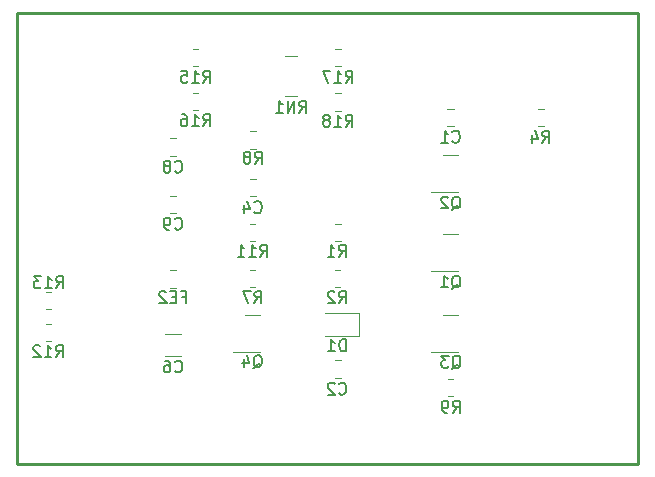
<source format=gbr>
From 2ec9ceca347f2052a0884e115a5198e5ea716262 Mon Sep 17 00:00:00 2001
From: Attila Veghelyi <works@veghelyiattila.hu>
Date: Wed, 5 Jun 2024 19:01:04 +0200
Subject: Modify the gerber files which are including now USB-C connector
 #0c67c15a0

---
 pcb/gerber/oprog_minimal-B_Silkscreen.gbr | 1543 +++++++++++++++++++++++++++++
 1 file changed, 1543 insertions(+)
 create mode 100644 pcb/gerber/oprog_minimal-B_Silkscreen.gbr

(limited to 'pcb/gerber/oprog_minimal-B_Silkscreen.gbr')

diff --git a/pcb/gerber/oprog_minimal-B_Silkscreen.gbr b/pcb/gerber/oprog_minimal-B_Silkscreen.gbr
new file mode 100644
index 0000000..7a255e3
--- /dev/null
+++ b/pcb/gerber/oprog_minimal-B_Silkscreen.gbr
@@ -0,0 +1,1543 @@
+G04 #@! TF.GenerationSoftware,KiCad,Pcbnew,7.0.11+1*
+G04 #@! TF.CreationDate,2024-04-21T11:05:48+02:00*
+G04 #@! TF.ProjectId,oprog_minimal,6f70726f-675f-46d6-996e-696d616c2e6b,rev?*
+G04 #@! TF.SameCoordinates,PXa8d62b0PY5f13998*
+G04 #@! TF.FileFunction,Legend,Bot*
+G04 #@! TF.FilePolarity,Positive*
+%FSLAX46Y46*%
+G04 Gerber Fmt 4.6, Leading zero omitted, Abs format (unit mm)*
+G04 Created by KiCad (PCBNEW 7.0.11+1) date 2024-04-21 11:05:48*
+%MOMM*%
+%LPD*%
+G01*
+G04 APERTURE LIST*
+%ADD10C,0.240000*%
+%ADD11C,0.150000*%
+%ADD12C,0.120000*%
+G04 APERTURE END LIST*
+D10*
+X254000Y-38481000D02*
+X254000Y-254000D01*
+X52832000Y-254000D02*
+X52832000Y-38481000D01*
+X52832000Y-38481000D02*
+X254000Y-38481000D01*
+X254000Y-254000D02*
+X52832000Y-254000D01*
+D11*
+X13628666Y-13694580D02*
+X13676285Y-13742200D01*
+X13676285Y-13742200D02*
+X13819142Y-13789819D01*
+X13819142Y-13789819D02*
+X13914380Y-13789819D01*
+X13914380Y-13789819D02*
+X14057237Y-13742200D01*
+X14057237Y-13742200D02*
+X14152475Y-13646961D01*
+X14152475Y-13646961D02*
+X14200094Y-13551723D01*
+X14200094Y-13551723D02*
+X14247713Y-13361247D01*
+X14247713Y-13361247D02*
+X14247713Y-13218390D01*
+X14247713Y-13218390D02*
+X14200094Y-13027914D01*
+X14200094Y-13027914D02*
+X14152475Y-12932676D01*
+X14152475Y-12932676D02*
+X14057237Y-12837438D01*
+X14057237Y-12837438D02*
+X13914380Y-12789819D01*
+X13914380Y-12789819D02*
+X13819142Y-12789819D01*
+X13819142Y-12789819D02*
+X13676285Y-12837438D01*
+X13676285Y-12837438D02*
+X13628666Y-12885057D01*
+X13057237Y-13218390D02*
+X13152475Y-13170771D01*
+X13152475Y-13170771D02*
+X13200094Y-13123152D01*
+X13200094Y-13123152D02*
+X13247713Y-13027914D01*
+X13247713Y-13027914D02*
+X13247713Y-12980295D01*
+X13247713Y-12980295D02*
+X13200094Y-12885057D01*
+X13200094Y-12885057D02*
+X13152475Y-12837438D01*
+X13152475Y-12837438D02*
+X13057237Y-12789819D01*
+X13057237Y-12789819D02*
+X12866761Y-12789819D01*
+X12866761Y-12789819D02*
+X12771523Y-12837438D01*
+X12771523Y-12837438D02*
+X12723904Y-12885057D01*
+X12723904Y-12885057D02*
+X12676285Y-12980295D01*
+X12676285Y-12980295D02*
+X12676285Y-13027914D01*
+X12676285Y-13027914D02*
+X12723904Y-13123152D01*
+X12723904Y-13123152D02*
+X12771523Y-13170771D01*
+X12771523Y-13170771D02*
+X12866761Y-13218390D01*
+X12866761Y-13218390D02*
+X13057237Y-13218390D01*
+X13057237Y-13218390D02*
+X13152475Y-13266009D01*
+X13152475Y-13266009D02*
+X13200094Y-13313628D01*
+X13200094Y-13313628D02*
+X13247713Y-13408866D01*
+X13247713Y-13408866D02*
+X13247713Y-13599342D01*
+X13247713Y-13599342D02*
+X13200094Y-13694580D01*
+X13200094Y-13694580D02*
+X13152475Y-13742200D01*
+X13152475Y-13742200D02*
+X13057237Y-13789819D01*
+X13057237Y-13789819D02*
+X12866761Y-13789819D01*
+X12866761Y-13789819D02*
+X12771523Y-13742200D01*
+X12771523Y-13742200D02*
+X12723904Y-13694580D01*
+X12723904Y-13694580D02*
+X12676285Y-13599342D01*
+X12676285Y-13599342D02*
+X12676285Y-13408866D01*
+X12676285Y-13408866D02*
+X12723904Y-13313628D01*
+X12723904Y-13313628D02*
+X12771523Y-13266009D01*
+X12771523Y-13266009D02*
+X12866761Y-13218390D01*
+X13628666Y-18520580D02*
+X13676285Y-18568200D01*
+X13676285Y-18568200D02*
+X13819142Y-18615819D01*
+X13819142Y-18615819D02*
+X13914380Y-18615819D01*
+X13914380Y-18615819D02*
+X14057237Y-18568200D01*
+X14057237Y-18568200D02*
+X14152475Y-18472961D01*
+X14152475Y-18472961D02*
+X14200094Y-18377723D01*
+X14200094Y-18377723D02*
+X14247713Y-18187247D01*
+X14247713Y-18187247D02*
+X14247713Y-18044390D01*
+X14247713Y-18044390D02*
+X14200094Y-17853914D01*
+X14200094Y-17853914D02*
+X14152475Y-17758676D01*
+X14152475Y-17758676D02*
+X14057237Y-17663438D01*
+X14057237Y-17663438D02*
+X13914380Y-17615819D01*
+X13914380Y-17615819D02*
+X13819142Y-17615819D01*
+X13819142Y-17615819D02*
+X13676285Y-17663438D01*
+X13676285Y-17663438D02*
+X13628666Y-17711057D01*
+X13152475Y-18615819D02*
+X12961999Y-18615819D01*
+X12961999Y-18615819D02*
+X12866761Y-18568200D01*
+X12866761Y-18568200D02*
+X12819142Y-18520580D01*
+X12819142Y-18520580D02*
+X12723904Y-18377723D01*
+X12723904Y-18377723D02*
+X12676285Y-18187247D01*
+X12676285Y-18187247D02*
+X12676285Y-17806295D01*
+X12676285Y-17806295D02*
+X12723904Y-17711057D01*
+X12723904Y-17711057D02*
+X12771523Y-17663438D01*
+X12771523Y-17663438D02*
+X12866761Y-17615819D01*
+X12866761Y-17615819D02*
+X13057237Y-17615819D01*
+X13057237Y-17615819D02*
+X13152475Y-17663438D01*
+X13152475Y-17663438D02*
+X13200094Y-17711057D01*
+X13200094Y-17711057D02*
+X13247713Y-17806295D01*
+X13247713Y-17806295D02*
+X13247713Y-18044390D01*
+X13247713Y-18044390D02*
+X13200094Y-18139628D01*
+X13200094Y-18139628D02*
+X13152475Y-18187247D01*
+X13152475Y-18187247D02*
+X13057237Y-18234866D01*
+X13057237Y-18234866D02*
+X12866761Y-18234866D01*
+X12866761Y-18234866D02*
+X12771523Y-18187247D01*
+X12771523Y-18187247D02*
+X12723904Y-18139628D01*
+X12723904Y-18139628D02*
+X12676285Y-18044390D01*
+X16009857Y-9852819D02*
+X16343190Y-9376628D01*
+X16581285Y-9852819D02*
+X16581285Y-8852819D01*
+X16581285Y-8852819D02*
+X16200333Y-8852819D01*
+X16200333Y-8852819D02*
+X16105095Y-8900438D01*
+X16105095Y-8900438D02*
+X16057476Y-8948057D01*
+X16057476Y-8948057D02*
+X16009857Y-9043295D01*
+X16009857Y-9043295D02*
+X16009857Y-9186152D01*
+X16009857Y-9186152D02*
+X16057476Y-9281390D01*
+X16057476Y-9281390D02*
+X16105095Y-9329009D01*
+X16105095Y-9329009D02*
+X16200333Y-9376628D01*
+X16200333Y-9376628D02*
+X16581285Y-9376628D01*
+X15057476Y-9852819D02*
+X15628904Y-9852819D01*
+X15343190Y-9852819D02*
+X15343190Y-8852819D01*
+X15343190Y-8852819D02*
+X15438428Y-8995676D01*
+X15438428Y-8995676D02*
+X15533666Y-9090914D01*
+X15533666Y-9090914D02*
+X15628904Y-9138533D01*
+X14200333Y-8852819D02*
+X14390809Y-8852819D01*
+X14390809Y-8852819D02*
+X14486047Y-8900438D01*
+X14486047Y-8900438D02*
+X14533666Y-8948057D01*
+X14533666Y-8948057D02*
+X14628904Y-9090914D01*
+X14628904Y-9090914D02*
+X14676523Y-9281390D01*
+X14676523Y-9281390D02*
+X14676523Y-9662342D01*
+X14676523Y-9662342D02*
+X14628904Y-9757580D01*
+X14628904Y-9757580D02*
+X14581285Y-9805200D01*
+X14581285Y-9805200D02*
+X14486047Y-9852819D01*
+X14486047Y-9852819D02*
+X14295571Y-9852819D01*
+X14295571Y-9852819D02*
+X14200333Y-9805200D01*
+X14200333Y-9805200D02*
+X14152714Y-9757580D01*
+X14152714Y-9757580D02*
+X14105095Y-9662342D01*
+X14105095Y-9662342D02*
+X14105095Y-9424247D01*
+X14105095Y-9424247D02*
+X14152714Y-9329009D01*
+X14152714Y-9329009D02*
+X14200333Y-9281390D01*
+X14200333Y-9281390D02*
+X14295571Y-9233771D01*
+X14295571Y-9233771D02*
+X14486047Y-9233771D01*
+X14486047Y-9233771D02*
+X14581285Y-9281390D01*
+X14581285Y-9281390D02*
+X14628904Y-9329009D01*
+X14628904Y-9329009D02*
+X14676523Y-9424247D01*
+X20262838Y-30344257D02*
+X20358076Y-30296638D01*
+X20358076Y-30296638D02*
+X20453314Y-30201400D01*
+X20453314Y-30201400D02*
+X20596171Y-30058542D01*
+X20596171Y-30058542D02*
+X20691409Y-30010923D01*
+X20691409Y-30010923D02*
+X20786647Y-30010923D01*
+X20739028Y-30249019D02*
+X20834266Y-30201400D01*
+X20834266Y-30201400D02*
+X20929504Y-30106161D01*
+X20929504Y-30106161D02*
+X20977123Y-29915685D01*
+X20977123Y-29915685D02*
+X20977123Y-29582352D01*
+X20977123Y-29582352D02*
+X20929504Y-29391876D01*
+X20929504Y-29391876D02*
+X20834266Y-29296638D01*
+X20834266Y-29296638D02*
+X20739028Y-29249019D01*
+X20739028Y-29249019D02*
+X20548552Y-29249019D01*
+X20548552Y-29249019D02*
+X20453314Y-29296638D01*
+X20453314Y-29296638D02*
+X20358076Y-29391876D01*
+X20358076Y-29391876D02*
+X20310457Y-29582352D01*
+X20310457Y-29582352D02*
+X20310457Y-29915685D01*
+X20310457Y-29915685D02*
+X20358076Y-30106161D01*
+X20358076Y-30106161D02*
+X20453314Y-30201400D01*
+X20453314Y-30201400D02*
+X20548552Y-30249019D01*
+X20548552Y-30249019D02*
+X20739028Y-30249019D01*
+X19453314Y-29582352D02*
+X19453314Y-30249019D01*
+X19691409Y-29201400D02*
+X19929504Y-29915685D01*
+X19929504Y-29915685D02*
+X19310457Y-29915685D01*
+X27522466Y-32490580D02*
+X27570085Y-32538200D01*
+X27570085Y-32538200D02*
+X27712942Y-32585819D01*
+X27712942Y-32585819D02*
+X27808180Y-32585819D01*
+X27808180Y-32585819D02*
+X27951037Y-32538200D01*
+X27951037Y-32538200D02*
+X28046275Y-32442961D01*
+X28046275Y-32442961D02*
+X28093894Y-32347723D01*
+X28093894Y-32347723D02*
+X28141513Y-32157247D01*
+X28141513Y-32157247D02*
+X28141513Y-32014390D01*
+X28141513Y-32014390D02*
+X28093894Y-31823914D01*
+X28093894Y-31823914D02*
+X28046275Y-31728676D01*
+X28046275Y-31728676D02*
+X27951037Y-31633438D01*
+X27951037Y-31633438D02*
+X27808180Y-31585819D01*
+X27808180Y-31585819D02*
+X27712942Y-31585819D01*
+X27712942Y-31585819D02*
+X27570085Y-31633438D01*
+X27570085Y-31633438D02*
+X27522466Y-31681057D01*
+X27141513Y-31681057D02*
+X27093894Y-31633438D01*
+X27093894Y-31633438D02*
+X26998656Y-31585819D01*
+X26998656Y-31585819D02*
+X26760561Y-31585819D01*
+X26760561Y-31585819D02*
+X26665323Y-31633438D01*
+X26665323Y-31633438D02*
+X26617704Y-31681057D01*
+X26617704Y-31681057D02*
+X26570085Y-31776295D01*
+X26570085Y-31776295D02*
+X26570085Y-31871533D01*
+X26570085Y-31871533D02*
+X26617704Y-32014390D01*
+X26617704Y-32014390D02*
+X27189132Y-32585819D01*
+X27189132Y-32585819D02*
+X26570085Y-32585819D01*
+X20835857Y-20901819D02*
+X21169190Y-20425628D01*
+X21407285Y-20901819D02*
+X21407285Y-19901819D01*
+X21407285Y-19901819D02*
+X21026333Y-19901819D01*
+X21026333Y-19901819D02*
+X20931095Y-19949438D01*
+X20931095Y-19949438D02*
+X20883476Y-19997057D01*
+X20883476Y-19997057D02*
+X20835857Y-20092295D01*
+X20835857Y-20092295D02*
+X20835857Y-20235152D01*
+X20835857Y-20235152D02*
+X20883476Y-20330390D01*
+X20883476Y-20330390D02*
+X20931095Y-20378009D01*
+X20931095Y-20378009D02*
+X21026333Y-20425628D01*
+X21026333Y-20425628D02*
+X21407285Y-20425628D01*
+X19883476Y-20901819D02*
+X20454904Y-20901819D01*
+X20169190Y-20901819D02*
+X20169190Y-19901819D01*
+X20169190Y-19901819D02*
+X20264428Y-20044676D01*
+X20264428Y-20044676D02*
+X20359666Y-20139914D01*
+X20359666Y-20139914D02*
+X20454904Y-20187533D01*
+X18931095Y-20901819D02*
+X19502523Y-20901819D01*
+X19216809Y-20901819D02*
+X19216809Y-19901819D01*
+X19216809Y-19901819D02*
+X19312047Y-20044676D01*
+X19312047Y-20044676D02*
+X19407285Y-20139914D01*
+X19407285Y-20139914D02*
+X19502523Y-20187533D01*
+X20359666Y-17123580D02*
+X20407285Y-17171200D01*
+X20407285Y-17171200D02*
+X20550142Y-17218819D01*
+X20550142Y-17218819D02*
+X20645380Y-17218819D01*
+X20645380Y-17218819D02*
+X20788237Y-17171200D01*
+X20788237Y-17171200D02*
+X20883475Y-17075961D01*
+X20883475Y-17075961D02*
+X20931094Y-16980723D01*
+X20931094Y-16980723D02*
+X20978713Y-16790247D01*
+X20978713Y-16790247D02*
+X20978713Y-16647390D01*
+X20978713Y-16647390D02*
+X20931094Y-16456914D01*
+X20931094Y-16456914D02*
+X20883475Y-16361676D01*
+X20883475Y-16361676D02*
+X20788237Y-16266438D01*
+X20788237Y-16266438D02*
+X20645380Y-16218819D01*
+X20645380Y-16218819D02*
+X20550142Y-16218819D01*
+X20550142Y-16218819D02*
+X20407285Y-16266438D01*
+X20407285Y-16266438D02*
+X20359666Y-16314057D01*
+X19502523Y-16552152D02*
+X19502523Y-17218819D01*
+X19740618Y-16171200D02*
+X19978713Y-16885485D01*
+X19978713Y-16885485D02*
+X19359666Y-16885485D01*
+X13628666Y-30610980D02*
+X13676285Y-30658600D01*
+X13676285Y-30658600D02*
+X13819142Y-30706219D01*
+X13819142Y-30706219D02*
+X13914380Y-30706219D01*
+X13914380Y-30706219D02*
+X14057237Y-30658600D01*
+X14057237Y-30658600D02*
+X14152475Y-30563361D01*
+X14152475Y-30563361D02*
+X14200094Y-30468123D01*
+X14200094Y-30468123D02*
+X14247713Y-30277647D01*
+X14247713Y-30277647D02*
+X14247713Y-30134790D01*
+X14247713Y-30134790D02*
+X14200094Y-29944314D01*
+X14200094Y-29944314D02*
+X14152475Y-29849076D01*
+X14152475Y-29849076D02*
+X14057237Y-29753838D01*
+X14057237Y-29753838D02*
+X13914380Y-29706219D01*
+X13914380Y-29706219D02*
+X13819142Y-29706219D01*
+X13819142Y-29706219D02*
+X13676285Y-29753838D01*
+X13676285Y-29753838D02*
+X13628666Y-29801457D01*
+X12771523Y-29706219D02*
+X12961999Y-29706219D01*
+X12961999Y-29706219D02*
+X13057237Y-29753838D01*
+X13057237Y-29753838D02*
+X13104856Y-29801457D01*
+X13104856Y-29801457D02*
+X13200094Y-29944314D01*
+X13200094Y-29944314D02*
+X13247713Y-30134790D01*
+X13247713Y-30134790D02*
+X13247713Y-30515742D01*
+X13247713Y-30515742D02*
+X13200094Y-30610980D01*
+X13200094Y-30610980D02*
+X13152475Y-30658600D01*
+X13152475Y-30658600D02*
+X13057237Y-30706219D01*
+X13057237Y-30706219D02*
+X12866761Y-30706219D01*
+X12866761Y-30706219D02*
+X12771523Y-30658600D01*
+X12771523Y-30658600D02*
+X12723904Y-30610980D01*
+X12723904Y-30610980D02*
+X12676285Y-30515742D01*
+X12676285Y-30515742D02*
+X12676285Y-30277647D01*
+X12676285Y-30277647D02*
+X12723904Y-30182409D01*
+X12723904Y-30182409D02*
+X12771523Y-30134790D01*
+X12771523Y-30134790D02*
+X12866761Y-30087171D01*
+X12866761Y-30087171D02*
+X13057237Y-30087171D01*
+X13057237Y-30087171D02*
+X13152475Y-30134790D01*
+X13152475Y-30134790D02*
+X13200094Y-30182409D01*
+X13200094Y-30182409D02*
+X13247713Y-30277647D01*
+X27497066Y-20901819D02*
+X27830399Y-20425628D01*
+X28068494Y-20901819D02*
+X28068494Y-19901819D01*
+X28068494Y-19901819D02*
+X27687542Y-19901819D01*
+X27687542Y-19901819D02*
+X27592304Y-19949438D01*
+X27592304Y-19949438D02*
+X27544685Y-19997057D01*
+X27544685Y-19997057D02*
+X27497066Y-20092295D01*
+X27497066Y-20092295D02*
+X27497066Y-20235152D01*
+X27497066Y-20235152D02*
+X27544685Y-20330390D01*
+X27544685Y-20330390D02*
+X27592304Y-20378009D01*
+X27592304Y-20378009D02*
+X27687542Y-20425628D01*
+X27687542Y-20425628D02*
+X28068494Y-20425628D01*
+X26544685Y-20901819D02*
+X27116113Y-20901819D01*
+X26830399Y-20901819D02*
+X26830399Y-19901819D01*
+X26830399Y-19901819D02*
+X26925637Y-20044676D01*
+X26925637Y-20044676D02*
+X27020875Y-20139914D01*
+X27020875Y-20139914D02*
+X27116113Y-20187533D01*
+X20385066Y-13027819D02*
+X20718399Y-12551628D01*
+X20956494Y-13027819D02*
+X20956494Y-12027819D01*
+X20956494Y-12027819D02*
+X20575542Y-12027819D01*
+X20575542Y-12027819D02*
+X20480304Y-12075438D01*
+X20480304Y-12075438D02*
+X20432685Y-12123057D01*
+X20432685Y-12123057D02*
+X20385066Y-12218295D01*
+X20385066Y-12218295D02*
+X20385066Y-12361152D01*
+X20385066Y-12361152D02*
+X20432685Y-12456390D01*
+X20432685Y-12456390D02*
+X20480304Y-12504009D01*
+X20480304Y-12504009D02*
+X20575542Y-12551628D01*
+X20575542Y-12551628D02*
+X20956494Y-12551628D01*
+X19813637Y-12456390D02*
+X19908875Y-12408771D01*
+X19908875Y-12408771D02*
+X19956494Y-12361152D01*
+X19956494Y-12361152D02*
+X20004113Y-12265914D01*
+X20004113Y-12265914D02*
+X20004113Y-12218295D01*
+X20004113Y-12218295D02*
+X19956494Y-12123057D01*
+X19956494Y-12123057D02*
+X19908875Y-12075438D01*
+X19908875Y-12075438D02*
+X19813637Y-12027819D01*
+X19813637Y-12027819D02*
+X19623161Y-12027819D01*
+X19623161Y-12027819D02*
+X19527923Y-12075438D01*
+X19527923Y-12075438D02*
+X19480304Y-12123057D01*
+X19480304Y-12123057D02*
+X19432685Y-12218295D01*
+X19432685Y-12218295D02*
+X19432685Y-12265914D01*
+X19432685Y-12265914D02*
+X19480304Y-12361152D01*
+X19480304Y-12361152D02*
+X19527923Y-12408771D01*
+X19527923Y-12408771D02*
+X19623161Y-12456390D01*
+X19623161Y-12456390D02*
+X19813637Y-12456390D01*
+X19813637Y-12456390D02*
+X19908875Y-12504009D01*
+X19908875Y-12504009D02*
+X19956494Y-12551628D01*
+X19956494Y-12551628D02*
+X20004113Y-12646866D01*
+X20004113Y-12646866D02*
+X20004113Y-12837342D01*
+X20004113Y-12837342D02*
+X19956494Y-12932580D01*
+X19956494Y-12932580D02*
+X19908875Y-12980200D01*
+X19908875Y-12980200D02*
+X19813637Y-13027819D01*
+X19813637Y-13027819D02*
+X19623161Y-13027819D01*
+X19623161Y-13027819D02*
+X19527923Y-12980200D01*
+X19527923Y-12980200D02*
+X19480304Y-12932580D01*
+X19480304Y-12932580D02*
+X19432685Y-12837342D01*
+X19432685Y-12837342D02*
+X19432685Y-12646866D01*
+X19432685Y-12646866D02*
+X19480304Y-12551628D01*
+X19480304Y-12551628D02*
+X19527923Y-12504009D01*
+X19527923Y-12504009D02*
+X19623161Y-12456390D01*
+X27497066Y-24838819D02*
+X27830399Y-24362628D01*
+X28068494Y-24838819D02*
+X28068494Y-23838819D01*
+X28068494Y-23838819D02*
+X27687542Y-23838819D01*
+X27687542Y-23838819D02*
+X27592304Y-23886438D01*
+X27592304Y-23886438D02*
+X27544685Y-23934057D01*
+X27544685Y-23934057D02*
+X27497066Y-24029295D01*
+X27497066Y-24029295D02*
+X27497066Y-24172152D01*
+X27497066Y-24172152D02*
+X27544685Y-24267390D01*
+X27544685Y-24267390D02*
+X27592304Y-24315009D01*
+X27592304Y-24315009D02*
+X27687542Y-24362628D01*
+X27687542Y-24362628D02*
+X28068494Y-24362628D01*
+X27116113Y-23934057D02*
+X27068494Y-23886438D01*
+X27068494Y-23886438D02*
+X26973256Y-23838819D01*
+X26973256Y-23838819D02*
+X26735161Y-23838819D01*
+X26735161Y-23838819D02*
+X26639923Y-23886438D01*
+X26639923Y-23886438D02*
+X26592304Y-23934057D01*
+X26592304Y-23934057D02*
+X26544685Y-24029295D01*
+X26544685Y-24029295D02*
+X26544685Y-24124533D01*
+X26544685Y-24124533D02*
+X26592304Y-24267390D01*
+X26592304Y-24267390D02*
+X27163732Y-24838819D01*
+X27163732Y-24838819D02*
+X26544685Y-24838819D01*
+X20359666Y-24838819D02*
+X20692999Y-24362628D01*
+X20931094Y-24838819D02*
+X20931094Y-23838819D01*
+X20931094Y-23838819D02*
+X20550142Y-23838819D01*
+X20550142Y-23838819D02*
+X20454904Y-23886438D01*
+X20454904Y-23886438D02*
+X20407285Y-23934057D01*
+X20407285Y-23934057D02*
+X20359666Y-24029295D01*
+X20359666Y-24029295D02*
+X20359666Y-24172152D01*
+X20359666Y-24172152D02*
+X20407285Y-24267390D01*
+X20407285Y-24267390D02*
+X20454904Y-24315009D01*
+X20454904Y-24315009D02*
+X20550142Y-24362628D01*
+X20550142Y-24362628D02*
+X20931094Y-24362628D01*
+X20026332Y-23838819D02*
+X19359666Y-23838819D01*
+X19359666Y-23838819D02*
+X19788237Y-24838819D01*
+X37123666Y-11154580D02*
+X37171285Y-11202200D01*
+X37171285Y-11202200D02*
+X37314142Y-11249819D01*
+X37314142Y-11249819D02*
+X37409380Y-11249819D01*
+X37409380Y-11249819D02*
+X37552237Y-11202200D01*
+X37552237Y-11202200D02*
+X37647475Y-11106961D01*
+X37647475Y-11106961D02*
+X37695094Y-11011723D01*
+X37695094Y-11011723D02*
+X37742713Y-10821247D01*
+X37742713Y-10821247D02*
+X37742713Y-10678390D01*
+X37742713Y-10678390D02*
+X37695094Y-10487914D01*
+X37695094Y-10487914D02*
+X37647475Y-10392676D01*
+X37647475Y-10392676D02*
+X37552237Y-10297438D01*
+X37552237Y-10297438D02*
+X37409380Y-10249819D01*
+X37409380Y-10249819D02*
+X37314142Y-10249819D01*
+X37314142Y-10249819D02*
+X37171285Y-10297438D01*
+X37171285Y-10297438D02*
+X37123666Y-10345057D01*
+X36171285Y-11249819D02*
+X36742713Y-11249819D01*
+X36456999Y-11249819D02*
+X36456999Y-10249819D01*
+X36456999Y-10249819D02*
+X36552237Y-10392676D01*
+X36552237Y-10392676D02*
+X36647475Y-10487914D01*
+X36647475Y-10487914D02*
+X36742713Y-10535533D01*
+X37149066Y-34109819D02*
+X37482399Y-33633628D01*
+X37720494Y-34109819D02*
+X37720494Y-33109819D01*
+X37720494Y-33109819D02*
+X37339542Y-33109819D01*
+X37339542Y-33109819D02*
+X37244304Y-33157438D01*
+X37244304Y-33157438D02*
+X37196685Y-33205057D01*
+X37196685Y-33205057D02*
+X37149066Y-33300295D01*
+X37149066Y-33300295D02*
+X37149066Y-33443152D01*
+X37149066Y-33443152D02*
+X37196685Y-33538390D01*
+X37196685Y-33538390D02*
+X37244304Y-33586009D01*
+X37244304Y-33586009D02*
+X37339542Y-33633628D01*
+X37339542Y-33633628D02*
+X37720494Y-33633628D01*
+X36672875Y-34109819D02*
+X36482399Y-34109819D01*
+X36482399Y-34109819D02*
+X36387161Y-34062200D01*
+X36387161Y-34062200D02*
+X36339542Y-34014580D01*
+X36339542Y-34014580D02*
+X36244304Y-33871723D01*
+X36244304Y-33871723D02*
+X36196685Y-33681247D01*
+X36196685Y-33681247D02*
+X36196685Y-33300295D01*
+X36196685Y-33300295D02*
+X36244304Y-33205057D01*
+X36244304Y-33205057D02*
+X36291923Y-33157438D01*
+X36291923Y-33157438D02*
+X36387161Y-33109819D01*
+X36387161Y-33109819D02*
+X36577637Y-33109819D01*
+X36577637Y-33109819D02*
+X36672875Y-33157438D01*
+X36672875Y-33157438D02*
+X36720494Y-33205057D01*
+X36720494Y-33205057D02*
+X36768113Y-33300295D01*
+X36768113Y-33300295D02*
+X36768113Y-33538390D01*
+X36768113Y-33538390D02*
+X36720494Y-33633628D01*
+X36720494Y-33633628D02*
+X36672875Y-33681247D01*
+X36672875Y-33681247D02*
+X36577637Y-33728866D01*
+X36577637Y-33728866D02*
+X36387161Y-33728866D01*
+X36387161Y-33728866D02*
+X36291923Y-33681247D01*
+X36291923Y-33681247D02*
+X36244304Y-33633628D01*
+X36244304Y-33633628D02*
+X36196685Y-33538390D01*
+X24160076Y-8709819D02*
+X24493409Y-8233628D01*
+X24731504Y-8709819D02*
+X24731504Y-7709819D01*
+X24731504Y-7709819D02*
+X24350552Y-7709819D01*
+X24350552Y-7709819D02*
+X24255314Y-7757438D01*
+X24255314Y-7757438D02*
+X24207695Y-7805057D01*
+X24207695Y-7805057D02*
+X24160076Y-7900295D01*
+X24160076Y-7900295D02*
+X24160076Y-8043152D01*
+X24160076Y-8043152D02*
+X24207695Y-8138390D01*
+X24207695Y-8138390D02*
+X24255314Y-8186009D01*
+X24255314Y-8186009D02*
+X24350552Y-8233628D01*
+X24350552Y-8233628D02*
+X24731504Y-8233628D01*
+X23731504Y-8709819D02*
+X23731504Y-7709819D01*
+X23731504Y-7709819D02*
+X23160076Y-8709819D01*
+X23160076Y-8709819D02*
+X23160076Y-7709819D01*
+X22160076Y-8709819D02*
+X22731504Y-8709819D01*
+X22445790Y-8709819D02*
+X22445790Y-7709819D01*
+X22445790Y-7709819D02*
+X22541028Y-7852676D01*
+X22541028Y-7852676D02*
+X22636266Y-7947914D01*
+X22636266Y-7947914D02*
+X22731504Y-7995533D01*
+X37052238Y-16920357D02*
+X37147476Y-16872738D01*
+X37147476Y-16872738D02*
+X37242714Y-16777500D01*
+X37242714Y-16777500D02*
+X37385571Y-16634642D01*
+X37385571Y-16634642D02*
+X37480809Y-16587023D01*
+X37480809Y-16587023D02*
+X37576047Y-16587023D01*
+X37528428Y-16825119D02*
+X37623666Y-16777500D01*
+X37623666Y-16777500D02*
+X37718904Y-16682261D01*
+X37718904Y-16682261D02*
+X37766523Y-16491785D01*
+X37766523Y-16491785D02*
+X37766523Y-16158452D01*
+X37766523Y-16158452D02*
+X37718904Y-15967976D01*
+X37718904Y-15967976D02*
+X37623666Y-15872738D01*
+X37623666Y-15872738D02*
+X37528428Y-15825119D01*
+X37528428Y-15825119D02*
+X37337952Y-15825119D01*
+X37337952Y-15825119D02*
+X37242714Y-15872738D01*
+X37242714Y-15872738D02*
+X37147476Y-15967976D01*
+X37147476Y-15967976D02*
+X37099857Y-16158452D01*
+X37099857Y-16158452D02*
+X37099857Y-16491785D01*
+X37099857Y-16491785D02*
+X37147476Y-16682261D01*
+X37147476Y-16682261D02*
+X37242714Y-16777500D01*
+X37242714Y-16777500D02*
+X37337952Y-16825119D01*
+X37337952Y-16825119D02*
+X37528428Y-16825119D01*
+X36718904Y-15920357D02*
+X36671285Y-15872738D01*
+X36671285Y-15872738D02*
+X36576047Y-15825119D01*
+X36576047Y-15825119D02*
+X36337952Y-15825119D01*
+X36337952Y-15825119D02*
+X36242714Y-15872738D01*
+X36242714Y-15872738D02*
+X36195095Y-15920357D01*
+X36195095Y-15920357D02*
+X36147476Y-16015595D01*
+X36147476Y-16015595D02*
+X36147476Y-16110833D01*
+X36147476Y-16110833D02*
+X36195095Y-16253690D01*
+X36195095Y-16253690D02*
+X36766523Y-16825119D01*
+X36766523Y-16825119D02*
+X36147476Y-16825119D01*
+X37052238Y-23613257D02*
+X37147476Y-23565638D01*
+X37147476Y-23565638D02*
+X37242714Y-23470400D01*
+X37242714Y-23470400D02*
+X37385571Y-23327542D01*
+X37385571Y-23327542D02*
+X37480809Y-23279923D01*
+X37480809Y-23279923D02*
+X37576047Y-23279923D01*
+X37528428Y-23518019D02*
+X37623666Y-23470400D01*
+X37623666Y-23470400D02*
+X37718904Y-23375161D01*
+X37718904Y-23375161D02*
+X37766523Y-23184685D01*
+X37766523Y-23184685D02*
+X37766523Y-22851352D01*
+X37766523Y-22851352D02*
+X37718904Y-22660876D01*
+X37718904Y-22660876D02*
+X37623666Y-22565638D01*
+X37623666Y-22565638D02*
+X37528428Y-22518019D01*
+X37528428Y-22518019D02*
+X37337952Y-22518019D01*
+X37337952Y-22518019D02*
+X37242714Y-22565638D01*
+X37242714Y-22565638D02*
+X37147476Y-22660876D01*
+X37147476Y-22660876D02*
+X37099857Y-22851352D01*
+X37099857Y-22851352D02*
+X37099857Y-23184685D01*
+X37099857Y-23184685D02*
+X37147476Y-23375161D01*
+X37147476Y-23375161D02*
+X37242714Y-23470400D01*
+X37242714Y-23470400D02*
+X37337952Y-23518019D01*
+X37337952Y-23518019D02*
+X37528428Y-23518019D01*
+X36147476Y-23518019D02*
+X36718904Y-23518019D01*
+X36433190Y-23518019D02*
+X36433190Y-22518019D01*
+X36433190Y-22518019D02*
+X36528428Y-22660876D01*
+X36528428Y-22660876D02*
+X36623666Y-22756114D01*
+X36623666Y-22756114D02*
+X36718904Y-22803733D01*
+X37077638Y-30395057D02*
+X37172876Y-30347438D01*
+X37172876Y-30347438D02*
+X37268114Y-30252200D01*
+X37268114Y-30252200D02*
+X37410971Y-30109342D01*
+X37410971Y-30109342D02*
+X37506209Y-30061723D01*
+X37506209Y-30061723D02*
+X37601447Y-30061723D01*
+X37553828Y-30299819D02*
+X37649066Y-30252200D01*
+X37649066Y-30252200D02*
+X37744304Y-30156961D01*
+X37744304Y-30156961D02*
+X37791923Y-29966485D01*
+X37791923Y-29966485D02*
+X37791923Y-29633152D01*
+X37791923Y-29633152D02*
+X37744304Y-29442676D01*
+X37744304Y-29442676D02*
+X37649066Y-29347438D01*
+X37649066Y-29347438D02*
+X37553828Y-29299819D01*
+X37553828Y-29299819D02*
+X37363352Y-29299819D01*
+X37363352Y-29299819D02*
+X37268114Y-29347438D01*
+X37268114Y-29347438D02*
+X37172876Y-29442676D01*
+X37172876Y-29442676D02*
+X37125257Y-29633152D01*
+X37125257Y-29633152D02*
+X37125257Y-29966485D01*
+X37125257Y-29966485D02*
+X37172876Y-30156961D01*
+X37172876Y-30156961D02*
+X37268114Y-30252200D01*
+X37268114Y-30252200D02*
+X37363352Y-30299819D01*
+X37363352Y-30299819D02*
+X37553828Y-30299819D01*
+X36791923Y-29299819D02*
+X36172876Y-29299819D01*
+X36172876Y-29299819D02*
+X36506209Y-29680771D01*
+X36506209Y-29680771D02*
+X36363352Y-29680771D01*
+X36363352Y-29680771D02*
+X36268114Y-29728390D01*
+X36268114Y-29728390D02*
+X36220495Y-29776009D01*
+X36220495Y-29776009D02*
+X36172876Y-29871247D01*
+X36172876Y-29871247D02*
+X36172876Y-30109342D01*
+X36172876Y-30109342D02*
+X36220495Y-30204580D01*
+X36220495Y-30204580D02*
+X36268114Y-30252200D01*
+X36268114Y-30252200D02*
+X36363352Y-30299819D01*
+X36363352Y-30299819D02*
+X36649066Y-30299819D01*
+X36649066Y-30299819D02*
+X36744304Y-30252200D01*
+X36744304Y-30252200D02*
+X36791923Y-30204580D01*
+X44743666Y-11249819D02*
+X45076999Y-10773628D01*
+X45315094Y-11249819D02*
+X45315094Y-10249819D01*
+X45315094Y-10249819D02*
+X44934142Y-10249819D01*
+X44934142Y-10249819D02*
+X44838904Y-10297438D01*
+X44838904Y-10297438D02*
+X44791285Y-10345057D01*
+X44791285Y-10345057D02*
+X44743666Y-10440295D01*
+X44743666Y-10440295D02*
+X44743666Y-10583152D01*
+X44743666Y-10583152D02*
+X44791285Y-10678390D01*
+X44791285Y-10678390D02*
+X44838904Y-10726009D01*
+X44838904Y-10726009D02*
+X44934142Y-10773628D01*
+X44934142Y-10773628D02*
+X45315094Y-10773628D01*
+X43886523Y-10583152D02*
+X43886523Y-11249819D01*
+X44124618Y-10202200D02*
+X44362713Y-10916485D01*
+X44362713Y-10916485D02*
+X43743666Y-10916485D01*
+X28074857Y-9903619D02*
+X28408190Y-9427428D01*
+X28646285Y-9903619D02*
+X28646285Y-8903619D01*
+X28646285Y-8903619D02*
+X28265333Y-8903619D01*
+X28265333Y-8903619D02*
+X28170095Y-8951238D01*
+X28170095Y-8951238D02*
+X28122476Y-8998857D01*
+X28122476Y-8998857D02*
+X28074857Y-9094095D01*
+X28074857Y-9094095D02*
+X28074857Y-9236952D01*
+X28074857Y-9236952D02*
+X28122476Y-9332190D01*
+X28122476Y-9332190D02*
+X28170095Y-9379809D01*
+X28170095Y-9379809D02*
+X28265333Y-9427428D01*
+X28265333Y-9427428D02*
+X28646285Y-9427428D01*
+X27122476Y-9903619D02*
+X27693904Y-9903619D01*
+X27408190Y-9903619D02*
+X27408190Y-8903619D01*
+X27408190Y-8903619D02*
+X27503428Y-9046476D01*
+X27503428Y-9046476D02*
+X27598666Y-9141714D01*
+X27598666Y-9141714D02*
+X27693904Y-9189333D01*
+X26551047Y-9332190D02*
+X26646285Y-9284571D01*
+X26646285Y-9284571D02*
+X26693904Y-9236952D01*
+X26693904Y-9236952D02*
+X26741523Y-9141714D01*
+X26741523Y-9141714D02*
+X26741523Y-9094095D01*
+X26741523Y-9094095D02*
+X26693904Y-8998857D01*
+X26693904Y-8998857D02*
+X26646285Y-8951238D01*
+X26646285Y-8951238D02*
+X26551047Y-8903619D01*
+X26551047Y-8903619D02*
+X26360571Y-8903619D01*
+X26360571Y-8903619D02*
+X26265333Y-8951238D01*
+X26265333Y-8951238D02*
+X26217714Y-8998857D01*
+X26217714Y-8998857D02*
+X26170095Y-9094095D01*
+X26170095Y-9094095D02*
+X26170095Y-9141714D01*
+X26170095Y-9141714D02*
+X26217714Y-9236952D01*
+X26217714Y-9236952D02*
+X26265333Y-9284571D01*
+X26265333Y-9284571D02*
+X26360571Y-9332190D01*
+X26360571Y-9332190D02*
+X26551047Y-9332190D01*
+X26551047Y-9332190D02*
+X26646285Y-9379809D01*
+X26646285Y-9379809D02*
+X26693904Y-9427428D01*
+X26693904Y-9427428D02*
+X26741523Y-9522666D01*
+X26741523Y-9522666D02*
+X26741523Y-9713142D01*
+X26741523Y-9713142D02*
+X26693904Y-9808380D01*
+X26693904Y-9808380D02*
+X26646285Y-9856000D01*
+X26646285Y-9856000D02*
+X26551047Y-9903619D01*
+X26551047Y-9903619D02*
+X26360571Y-9903619D01*
+X26360571Y-9903619D02*
+X26265333Y-9856000D01*
+X26265333Y-9856000D02*
+X26217714Y-9808380D01*
+X26217714Y-9808380D02*
+X26170095Y-9713142D01*
+X26170095Y-9713142D02*
+X26170095Y-9522666D01*
+X26170095Y-9522666D02*
+X26217714Y-9427428D01*
+X26217714Y-9427428D02*
+X26265333Y-9379809D01*
+X26265333Y-9379809D02*
+X26360571Y-9332190D01*
+X16009857Y-6169819D02*
+X16343190Y-5693628D01*
+X16581285Y-6169819D02*
+X16581285Y-5169819D01*
+X16581285Y-5169819D02*
+X16200333Y-5169819D01*
+X16200333Y-5169819D02*
+X16105095Y-5217438D01*
+X16105095Y-5217438D02*
+X16057476Y-5265057D01*
+X16057476Y-5265057D02*
+X16009857Y-5360295D01*
+X16009857Y-5360295D02*
+X16009857Y-5503152D01*
+X16009857Y-5503152D02*
+X16057476Y-5598390D01*
+X16057476Y-5598390D02*
+X16105095Y-5646009D01*
+X16105095Y-5646009D02*
+X16200333Y-5693628D01*
+X16200333Y-5693628D02*
+X16581285Y-5693628D01*
+X15057476Y-6169819D02*
+X15628904Y-6169819D01*
+X15343190Y-6169819D02*
+X15343190Y-5169819D01*
+X15343190Y-5169819D02*
+X15438428Y-5312676D01*
+X15438428Y-5312676D02*
+X15533666Y-5407914D01*
+X15533666Y-5407914D02*
+X15628904Y-5455533D01*
+X14152714Y-5169819D02*
+X14628904Y-5169819D01*
+X14628904Y-5169819D02*
+X14676523Y-5646009D01*
+X14676523Y-5646009D02*
+X14628904Y-5598390D01*
+X14628904Y-5598390D02*
+X14533666Y-5550771D01*
+X14533666Y-5550771D02*
+X14295571Y-5550771D01*
+X14295571Y-5550771D02*
+X14200333Y-5598390D01*
+X14200333Y-5598390D02*
+X14152714Y-5646009D01*
+X14152714Y-5646009D02*
+X14105095Y-5741247D01*
+X14105095Y-5741247D02*
+X14105095Y-5979342D01*
+X14105095Y-5979342D02*
+X14152714Y-6074580D01*
+X14152714Y-6074580D02*
+X14200333Y-6122200D01*
+X14200333Y-6122200D02*
+X14295571Y-6169819D01*
+X14295571Y-6169819D02*
+X14533666Y-6169819D01*
+X14533666Y-6169819D02*
+X14628904Y-6122200D01*
+X14628904Y-6122200D02*
+X14676523Y-6074580D01*
+X28074857Y-6169819D02*
+X28408190Y-5693628D01*
+X28646285Y-6169819D02*
+X28646285Y-5169819D01*
+X28646285Y-5169819D02*
+X28265333Y-5169819D01*
+X28265333Y-5169819D02*
+X28170095Y-5217438D01*
+X28170095Y-5217438D02*
+X28122476Y-5265057D01*
+X28122476Y-5265057D02*
+X28074857Y-5360295D01*
+X28074857Y-5360295D02*
+X28074857Y-5503152D01*
+X28074857Y-5503152D02*
+X28122476Y-5598390D01*
+X28122476Y-5598390D02*
+X28170095Y-5646009D01*
+X28170095Y-5646009D02*
+X28265333Y-5693628D01*
+X28265333Y-5693628D02*
+X28646285Y-5693628D01*
+X27122476Y-6169819D02*
+X27693904Y-6169819D01*
+X27408190Y-6169819D02*
+X27408190Y-5169819D01*
+X27408190Y-5169819D02*
+X27503428Y-5312676D01*
+X27503428Y-5312676D02*
+X27598666Y-5407914D01*
+X27598666Y-5407914D02*
+X27693904Y-5455533D01*
+X26789142Y-5169819D02*
+X26122476Y-5169819D01*
+X26122476Y-5169819D02*
+X26551047Y-6169819D01*
+X14247714Y-24315009D02*
+X14581047Y-24315009D01*
+X14581047Y-24838819D02*
+X14581047Y-23838819D01*
+X14581047Y-23838819D02*
+X14104857Y-23838819D01*
+X13723904Y-24315009D02*
+X13390571Y-24315009D01*
+X13247714Y-24838819D02*
+X13723904Y-24838819D01*
+X13723904Y-24838819D02*
+X13723904Y-23838819D01*
+X13723904Y-23838819D02*
+X13247714Y-23838819D01*
+X12866761Y-23934057D02*
+X12819142Y-23886438D01*
+X12819142Y-23886438D02*
+X12723904Y-23838819D01*
+X12723904Y-23838819D02*
+X12485809Y-23838819D01*
+X12485809Y-23838819D02*
+X12390571Y-23886438D01*
+X12390571Y-23886438D02*
+X12342952Y-23934057D01*
+X12342952Y-23934057D02*
+X12295333Y-24029295D01*
+X12295333Y-24029295D02*
+X12295333Y-24124533D01*
+X12295333Y-24124533D02*
+X12342952Y-24267390D01*
+X12342952Y-24267390D02*
+X12914380Y-24838819D01*
+X12914380Y-24838819D02*
+X12295333Y-24838819D01*
+X28093894Y-28902819D02*
+X28093894Y-27902819D01*
+X28093894Y-27902819D02*
+X27855799Y-27902819D01*
+X27855799Y-27902819D02*
+X27712942Y-27950438D01*
+X27712942Y-27950438D02*
+X27617704Y-28045676D01*
+X27617704Y-28045676D02*
+X27570085Y-28140914D01*
+X27570085Y-28140914D02*
+X27522466Y-28331390D01*
+X27522466Y-28331390D02*
+X27522466Y-28474247D01*
+X27522466Y-28474247D02*
+X27570085Y-28664723D01*
+X27570085Y-28664723D02*
+X27617704Y-28759961D01*
+X27617704Y-28759961D02*
+X27712942Y-28855200D01*
+X27712942Y-28855200D02*
+X27855799Y-28902819D01*
+X27855799Y-28902819D02*
+X28093894Y-28902819D01*
+X26570085Y-28902819D02*
+X27141513Y-28902819D01*
+X26855799Y-28902819D02*
+X26855799Y-27902819D01*
+X26855799Y-27902819D02*
+X26951037Y-28045676D01*
+X26951037Y-28045676D02*
+X27046275Y-28140914D01*
+X27046275Y-28140914D02*
+X27141513Y-28188533D01*
+X3538457Y-29409819D02*
+X3871790Y-28933628D01*
+X4109885Y-29409819D02*
+X4109885Y-28409819D01*
+X4109885Y-28409819D02*
+X3728933Y-28409819D01*
+X3728933Y-28409819D02*
+X3633695Y-28457438D01*
+X3633695Y-28457438D02*
+X3586076Y-28505057D01*
+X3586076Y-28505057D02*
+X3538457Y-28600295D01*
+X3538457Y-28600295D02*
+X3538457Y-28743152D01*
+X3538457Y-28743152D02*
+X3586076Y-28838390D01*
+X3586076Y-28838390D02*
+X3633695Y-28886009D01*
+X3633695Y-28886009D02*
+X3728933Y-28933628D01*
+X3728933Y-28933628D02*
+X4109885Y-28933628D01*
+X2586076Y-29409819D02*
+X3157504Y-29409819D01*
+X2871790Y-29409819D02*
+X2871790Y-28409819D01*
+X2871790Y-28409819D02*
+X2967028Y-28552676D01*
+X2967028Y-28552676D02*
+X3062266Y-28647914D01*
+X3062266Y-28647914D02*
+X3157504Y-28695533D01*
+X2205123Y-28505057D02*
+X2157504Y-28457438D01*
+X2157504Y-28457438D02*
+X2062266Y-28409819D01*
+X2062266Y-28409819D02*
+X1824171Y-28409819D01*
+X1824171Y-28409819D02*
+X1728933Y-28457438D01*
+X1728933Y-28457438D02*
+X1681314Y-28505057D01*
+X1681314Y-28505057D02*
+X1633695Y-28600295D01*
+X1633695Y-28600295D02*
+X1633695Y-28695533D01*
+X1633695Y-28695533D02*
+X1681314Y-28838390D01*
+X1681314Y-28838390D02*
+X2252742Y-29409819D01*
+X2252742Y-29409819D02*
+X1633695Y-29409819D01*
+X3563857Y-23568819D02*
+X3897190Y-23092628D01*
+X4135285Y-23568819D02*
+X4135285Y-22568819D01*
+X4135285Y-22568819D02*
+X3754333Y-22568819D01*
+X3754333Y-22568819D02*
+X3659095Y-22616438D01*
+X3659095Y-22616438D02*
+X3611476Y-22664057D01*
+X3611476Y-22664057D02*
+X3563857Y-22759295D01*
+X3563857Y-22759295D02*
+X3563857Y-22902152D01*
+X3563857Y-22902152D02*
+X3611476Y-22997390D01*
+X3611476Y-22997390D02*
+X3659095Y-23045009D01*
+X3659095Y-23045009D02*
+X3754333Y-23092628D01*
+X3754333Y-23092628D02*
+X4135285Y-23092628D01*
+X2611476Y-23568819D02*
+X3182904Y-23568819D01*
+X2897190Y-23568819D02*
+X2897190Y-22568819D01*
+X2897190Y-22568819D02*
+X2992428Y-22711676D01*
+X2992428Y-22711676D02*
+X3087666Y-22806914D01*
+X3087666Y-22806914D02*
+X3182904Y-22854533D01*
+X2278142Y-22568819D02*
+X1659095Y-22568819D01*
+X1659095Y-22568819D02*
+X1992428Y-22949771D01*
+X1992428Y-22949771D02*
+X1849571Y-22949771D01*
+X1849571Y-22949771D02*
+X1754333Y-22997390D01*
+X1754333Y-22997390D02*
+X1706714Y-23045009D01*
+X1706714Y-23045009D02*
+X1659095Y-23140247D01*
+X1659095Y-23140247D02*
+X1659095Y-23378342D01*
+X1659095Y-23378342D02*
+X1706714Y-23473580D01*
+X1706714Y-23473580D02*
+X1754333Y-23521200D01*
+X1754333Y-23521200D02*
+X1849571Y-23568819D01*
+X1849571Y-23568819D02*
+X2135285Y-23568819D01*
+X2135285Y-23568819D02*
+X2230523Y-23521200D01*
+X2230523Y-23521200D02*
+X2278142Y-23473580D01*
+D12*
+X13723252Y-12368200D02*
+X13200748Y-12368200D01*
+X13723252Y-10898200D02*
+X13200748Y-10898200D01*
+X13723252Y-17245000D02*
+X13200748Y-17245000D01*
+X13723252Y-15775000D02*
+X13200748Y-15775000D01*
+X15139936Y-8507400D02*
+X15594064Y-8507400D01*
+X15139936Y-7037400D02*
+X15594064Y-7037400D01*
+X20193000Y-25821200D02*
+X19543000Y-25821200D01*
+X20193000Y-25821200D02*
+X20843000Y-25821200D01*
+X20193000Y-28941200D02*
+X18518000Y-28941200D01*
+X20193000Y-28941200D02*
+X20843000Y-28941200D01*
+X27693252Y-31151500D02*
+X27170748Y-31151500D01*
+X27693252Y-29681500D02*
+X27170748Y-29681500D01*
+X20420064Y-19581800D02*
+X19965936Y-19581800D01*
+X20420064Y-18111800D02*
+X19965936Y-18111800D01*
+X19957148Y-14314500D02*
+X20479652Y-14314500D01*
+X19957148Y-15784500D02*
+X20479652Y-15784500D01*
+X14173252Y-29281800D02*
+X12750748Y-29281800D01*
+X14173252Y-27461800D02*
+X12750748Y-27461800D01*
+X27659064Y-19581800D02*
+X27204936Y-19581800D01*
+X27659064Y-18111800D02*
+X27204936Y-18111800D01*
+X20445464Y-11758600D02*
+X19991336Y-11758600D01*
+X20445464Y-10288600D02*
+X19991336Y-10288600D01*
+X27179536Y-22048800D02*
+X27633664Y-22048800D01*
+X27179536Y-23518800D02*
+X27633664Y-23518800D01*
+X19965936Y-22048800D02*
+X20420064Y-22048800D01*
+X19965936Y-23518800D02*
+X20420064Y-23518800D01*
+X36695748Y-8409000D02*
+X37218252Y-8409000D01*
+X36695748Y-9879000D02*
+X37218252Y-9879000D01*
+X37184064Y-32739000D02*
+X36729936Y-32739000D01*
+X37184064Y-31269000D02*
+X36729936Y-31269000D01*
+X23944200Y-3958800D02*
+X22944200Y-3958800D01*
+X23944200Y-7318800D02*
+X22944200Y-7318800D01*
+X36957000Y-12333800D02*
+X36307000Y-12333800D01*
+X36957000Y-12333800D02*
+X37607000Y-12333800D01*
+X36957000Y-15453800D02*
+X35282000Y-15453800D01*
+X36957000Y-15453800D02*
+X37607000Y-15453800D01*
+X36957000Y-19014000D02*
+X36307000Y-19014000D01*
+X36957000Y-19014000D02*
+X37607000Y-19014000D01*
+X36957000Y-22134000D02*
+X35282000Y-22134000D01*
+X36957000Y-22134000D02*
+X37607000Y-22134000D01*
+X36957000Y-25821200D02*
+X36307000Y-25821200D01*
+X36957000Y-25821200D02*
+X37607000Y-25821200D01*
+X36957000Y-28941200D02*
+X35282000Y-28941200D01*
+X36957000Y-28941200D02*
+X37607000Y-28941200D01*
+X44829464Y-9879000D02*
+X44375336Y-9879000D01*
+X44829464Y-8409000D02*
+X44375336Y-8409000D01*
+X27659064Y-8558200D02*
+X27204936Y-8558200D01*
+X27659064Y-7088200D02*
+X27204936Y-7088200D01*
+X15594064Y-4799000D02*
+X15139936Y-4799000D01*
+X15594064Y-3329000D02*
+X15139936Y-3329000D01*
+X27659064Y-4799000D02*
+X27204936Y-4799000D01*
+X27659064Y-3329000D02*
+X27204936Y-3329000D01*
+X13234936Y-22074200D02*
+X13689064Y-22074200D01*
+X13234936Y-23544200D02*
+X13689064Y-23544200D01*
+X29215800Y-27604600D02*
+X26355800Y-27604600D01*
+X29215800Y-25684600D02*
+X29215800Y-27604600D01*
+X26355800Y-25684600D02*
+X29215800Y-25684600D01*
+X2668536Y-26570000D02*
+X3122664Y-26570000D01*
+X2668536Y-28040000D02*
+X3122664Y-28040000D01*
+X2693936Y-23877600D02*
+X3148064Y-23877600D01*
+X2693936Y-25347600D02*
+X3148064Y-25347600D01*
+M02*
-- 
cgit v1.2.3-54-g00ecf


</source>
